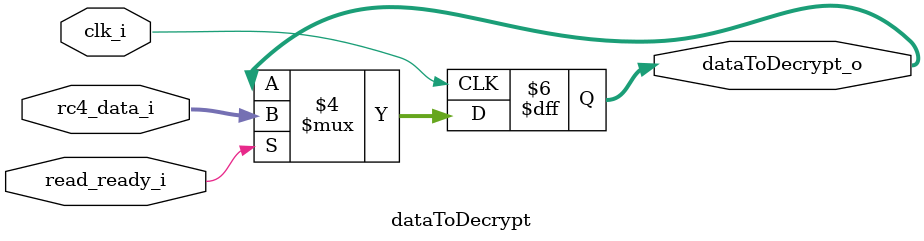
<source format=sv>


module dataToDecrypt(
	input wire clk_i,
	input wire read_ready_i,
	input wire [31:0] rc4_data_i,
	output reg [31:0] dataToDecrypt_o
);

always_ff @(posedge clk_i)
begin
	if (read_ready_i == 1)
	begin
		dataToDecrypt_o <= rc4_data_i;
	end
	else
	begin
		dataToDecrypt_o <= dataToDecrypt_o;
	end
end
endmodule

</source>
